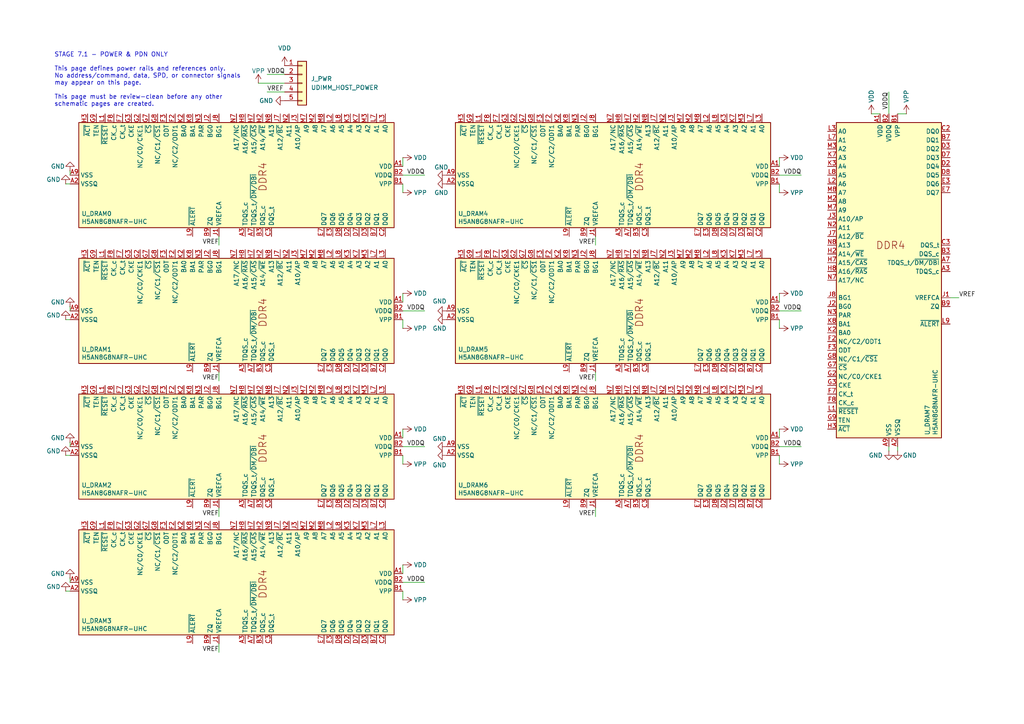
<source format=kicad_sch>
(kicad_sch (version 20250114) (generator "eeschema") (generator_version "9.0")
  (paper "A4")
  (title_block (title "Power & PDN") (date "2025-12-27") (company "OMI") (comment 1 "Stage 7.1 — Power Schematic") (comment 2 "No CA, Data, SPD, or Connector signals allowed"))
  (lib_symbols
    (symbol "Connector_Generic:Conn_01x05" (pin_names (offset 1.016) (hide yes))
      (property "Reference" "J" (at 0 7.62 0))
      (property "Value" "Conn_01x05" (at 0 -7.62 0))
      (symbol "Conn_01x05_1_1"
        (rectangle (start -1.27 6.35) (end 1.27 -6.35) (stroke (width 0.254)) (fill (type background)))
        (rectangle (start -1.27 5.207) (end 0 4.953) (stroke (width 0.1524)))
        (rectangle (start -1.27 2.667) (end 0 2.413) (stroke (width 0.1524)))
        (rectangle (start -1.27 0.127) (end 0 -0.127) (stroke (width 0.1524)))
        (rectangle (start -1.27 -2.413) (end 0 -2.667) (stroke (width 0.1524)))
        (rectangle (start -1.27 -4.953) (end 0 -5.207) (stroke (width 0.1524)))
        (pin passive line (at -5.08 5.08 0) (length 3.81) (name "Pin_1") (number "1"))
        (pin passive line (at -5.08 2.54 0) (length 3.81) (name "Pin_2") (number "2"))
        (pin passive line (at -5.08 0 0) (length 3.81) (name "Pin_3") (number "3"))
        (pin passive line (at -5.08 -2.54 0) (length 3.81) (name "Pin_4") (number "4"))
        (pin passive line (at -5.08 -5.08 0) (length 3.81) (name "Pin_5") (number "5"))
      )
    )
    (symbol "Memory_RAM:H5AN8G8NAFR-UHC"
      (property "Reference" "U" (at -15.24 48.26 0))
      (property "Value" "H5AN8G8NAFR-UHC" (at 13.97 48.26 0))
      (symbol "H5AN8G8NAFR-UHC_0_1"
        (rectangle (start -15.24 -45.72) (end 15.24 45.72) (stroke (width 0.254)) (fill (type background)))
        (pin input line (at -17.78 43.18 0) (length 2.54) (name "A0") (number "L3"))
        (pin input line (at -17.78 40.64 0) (length 2.54) (name "A1") (number "L7"))
        (pin input line (at -17.78 38.1 0) (length 2.54) (name "A2") (number "M3"))
        (pin input line (at -17.78 35.56 0) (length 2.54) (name "A3") (number "K7"))
        (pin input line (at -17.78 33.02 0) (length 2.54) (name "A4") (number "K3"))
        (pin input line (at -17.78 30.48 0) (length 2.54) (name "A5") (number "L8"))
        (pin input line (at -17.78 27.94 0) (length 2.54) (name "A6") (number "L2"))
        (pin input line (at -17.78 25.4 0) (length 2.54) (name "A7") (number "M8"))
        (pin input line (at -17.78 22.86 0) (length 2.54) (name "A8") (number "M2"))
        (pin input line (at -17.78 20.32 0) (length 2.54) (name "A9") (number "M7"))
        (pin input line (at -17.78 17.78 0) (length 2.54) (name "A10/AP") (number "J3"))
        (pin input line (at -17.78 15.24 0) (length 2.54) (name "A11") (number "N2"))
        (pin input line (at -17.78 12.7 0) (length 2.54) (name "A12/~{BC}") (number "J7"))
        (pin input line (at -17.78 10.16 0) (length 2.54) (name "A13") (number "N8"))
        (pin input line (at -17.78 7.62 0) (length 2.54) (name "A14/~{WE}") (number "H2"))
        (pin input line (at -17.78 5.08 0) (length 2.54) (name "A15/~{CAS}") (number "H7"))
        (pin input line (at -17.78 2.54 0) (length 2.54) (name "A16/~{RAS}") (number "H8"))
        (pin passive line (at -17.78 0 0) (length 2.54) (name "A17/NC") (number "N7"))
        (pin input line (at -17.78 -5.08 0) (length 2.54) (name "BG1") (number "J8"))
        (pin input line (at -17.78 -7.62 0) (length 2.54) (name "BG0") (number "J2"))
        (pin input line (at -17.78 -10.16 0) (length 2.54) (name "PAR") (number "N3"))
        (pin input line (at -17.78 -12.7 0) (length 2.54) (name "BA1") (number "K8"))
        (pin input line (at -17.78 -15.24 0) (length 2.54) (name "BA0") (number "K2"))
        (pin passive line (at -17.78 -17.78 0) (length 2.54) (name "NC/C2/ODT1") (number "F2"))
        (pin input line (at -17.78 -20.32 0) (length 2.54) (name "ODT") (number "F3"))
        (pin passive line (at -17.78 -22.86 0) (length 2.54) (name "NC/C1/~{CS1}") (number "G8"))
        (pin input line (at -17.78 -25.4 0) (length 2.54) (name "~{CS}") (number "G7"))
        (pin passive line (at -17.78 -27.94 0) (length 2.54) (name "NC/C0/CKE1") (number "G2"))
        (pin input line (at -17.78 -30.48 0) (length 2.54) (name "CKE") (number "G3"))
        (pin input line (at -17.78 -33.02 0) (length 2.54) (name "CK_t") (number "F7"))
        (pin input line (at -17.78 -35.56 0) (length 2.54) (name "CK_c") (number "F8"))
        (pin input line (at -17.78 -38.1 0) (length 2.54) (name "~{RESET}") (number "L1"))
        (pin input line (at -17.78 -40.64 0) (length 2.54) (name "TEN") (number "G9"))
        (pin input line (at -17.78 -43.18 0) (length 2.54) (name "~{ACT}") (number "H3"))
        (pin power_in line (at -2.54 48.26 270) (length 2.54) (name "VDD") (number "A1"))
        (pin passive line (at -2.54 48.26 270) (length 2.54) (hide yes) (name "VDD") (number "C7"))
        (pin passive line (at -2.54 48.26 270) (length 2.54) (hide yes) (name "VDD") (number "F1"))
        (pin passive line (at -2.54 48.26 270) (length 2.54) (hide yes) (name "VDD") (number "F9"))
        (pin passive line (at -2.54 48.26 270) (length 2.54) (hide yes) (name "VDD") (number "H1"))
        (pin passive line (at -2.54 48.26 270) (length 2.54) (hide yes) (name "VDD") (number "J9"))
        (pin passive line (at -2.54 48.26 270) (length 2.54) (hide yes) (name "VDD") (number "M1"))
        (pin passive line (at -2.54 48.26 270) (length 2.54) (hide yes) (name "VDD") (number "N9"))
        (pin power_in line (at 0 48.26 270) (length 2.54) (name "VDDQ") (number "B2"))
        (pin passive line (at 0 48.26 270) (length 2.54) (hide yes) (name "VDDQ") (number "B8"))
        (pin passive line (at 0 48.26 270) (length 2.54) (hide yes) (name "VDDQ") (number "C1"))
        (pin passive line (at 0 48.26 270) (length 2.54) (hide yes) (name "VDDQ") (number "C9"))
        (pin passive line (at 0 48.26 270) (length 2.54) (hide yes) (name "VDDQ") (number "E2"))
        (pin passive line (at 0 48.26 270) (length 2.54) (hide yes) (name "VDDQ") (number "E8"))
        (pin power_in line (at 0 -48.26 90) (length 2.54) (name "VSS") (number "A9"))
        (pin passive line (at 0 -48.26 90) (length 2.54) (hide yes) (name "VSS") (number "C8"))
        (pin passive line (at 0 -48.26 90) (length 2.54) (hide yes) (name "VSS") (number "E1"))
        (pin passive line (at 0 -48.26 90) (length 2.54) (hide yes) (name "VSS") (number "E9"))
        (pin passive line (at 0 -48.26 90) (length 2.54) (hide yes) (name "VSS") (number "G1"))
        (pin passive line (at 0 -48.26 90) (length 2.54) (hide yes) (name "VSS") (number "H9"))
        (pin passive line (at 0 -48.26 90) (length 2.54) (hide yes) (name "VSS") (number "K1"))
        (pin passive line (at 0 -48.26 90) (length 2.54) (hide yes) (name "VSS") (number "K9"))
        (pin passive line (at 0 -48.26 90) (length 2.54) (hide yes) (name "VSS") (number "N1"))
        (pin power_in line (at 2.54 48.26 270) (length 2.54) (name "VPP") (number "B1"))
        (pin passive line (at 2.54 48.26 270) (length 2.54) (hide yes) (name "VPP") (number "M9"))
        (pin power_in line (at 2.54 -48.26 90) (length 2.54) (name "VSSQ") (number "A2"))
        (pin passive line (at 2.54 -48.26 90) (length 2.54) (hide yes) (name "VSSQ") (number "A8"))
        (pin passive line (at 2.54 -48.26 90) (length 2.54) (hide yes) (name "VSSQ") (number "D1"))
        (pin passive line (at 2.54 -48.26 90) (length 2.54) (hide yes) (name "VSSQ") (number "D9"))
        (pin bidirectional line (at 17.78 43.18 180) (length 2.54) (name "DQ0") (number "C2"))
        (pin bidirectional line (at 17.78 40.64 180) (length 2.54) (name "DQ1") (number "B7"))
        (pin bidirectional line (at 17.78 38.1 180) (length 2.54) (name "DQ2") (number "D3"))
        (pin bidirectional line (at 17.78 35.56 180) (length 2.54) (name "DQ3") (number "D7"))
        (pin bidirectional line (at 17.78 33.02 180) (length 2.54) (name "DQ4") (number "D2"))
        (pin bidirectional line (at 17.78 30.48 180) (length 2.54) (name "DQ5") (number "D8"))
        (pin bidirectional line (at 17.78 27.94 180) (length 2.54) (name "DQ6") (number "E3"))
        (pin bidirectional line (at 17.78 25.4 180) (length 2.54) (name "DQ7") (number "E7"))
        (pin bidirectional line (at 17.78 10.16 180) (length 2.54) (name "DQS_t") (number "C3"))
        (pin bidirectional line (at 17.78 7.62 180) (length 2.54) (name "DQS_c") (number "B3"))
        (pin bidirectional line (at 17.78 5.08 180) (length 2.54) (name "TDQS_t/~{DM/DBI}") (number "A7"))
        (pin output line (at 17.78 2.54 180) (length 2.54) (name "TDQS_c") (number "A3"))
        (pin passive line (at 17.78 -5.08 180) (length 2.54) (name "VREFCA") (number "J1"))
        (pin passive line (at 17.78 -7.62 180) (length 2.54) (name "ZQ") (number "B9"))
        (pin open_collector line (at 17.78 -12.7 180) (length 2.54) (name "~{ALERT}") (number "L9"))
      )
      (symbol "H5AN8G8NAFR-UHC_1_1"
        (text "DDR4" (at -3.81 8.89 0) (effects (font (size 2.1336 2.1336)) (justify left bottom)))
      )
    )
    (symbol "power:GND" (power) (pin_numbers (hide yes)) (pin_names (offset 0) (hide yes))
      (property "Value" "GND" (at 0 -3.81 0))
      (symbol "GND_0_1"
        (polyline (pts (xy 0 0) (xy 0 -1.27) (xy 1.27 -1.27) (xy 0 -2.54) (xy -1.27 -1.27) (xy 0 -1.27)))
      )
      (symbol "GND_1_1"
        (pin power_in line (at 0 0 270) (length 0) (name "~") (number "1"))
      )
    )
    (symbol "power:VDD" (power) (pin_numbers (hide yes)) (pin_names (offset 0) (hide yes))
      (property "Value" "VDD" (at 0 3.556 0))
      (symbol "VDD_0_1"
        (polyline (pts (xy -0.762 1.27) (xy 0 2.54)))
        (polyline (pts (xy 0 2.54) (xy 0.762 1.27)))
        (polyline (pts (xy 0 0) (xy 0 2.54)))
      )
      (symbol "VDD_1_1"
        (pin power_in line (at 0 0 90) (length 0) (name "~") (number "1"))
      )
    )
    (symbol "power:VPP" (power) (pin_numbers (hide yes)) (pin_names (offset 0) (hide yes))
      (property "Value" "VPP" (at 0 3.556 0))
      (symbol "VPP_0_1"
        (polyline (pts (xy -0.762 1.27) (xy 0 2.54)))
        (polyline (pts (xy 0 2.54) (xy 0.762 1.27)))
        (polyline (pts (xy 0 0) (xy 0 2.54)))
      )
      (symbol "VPP_1_1"
        (pin power_in line (at 0 0 90) (length 0) (name "~") (number "1"))
      )
    )
  )
  (text "STAGE 7.1 - POWER & PDN ONLY\n\nThis page defines power rails and references only.\nNo address/command, data, SPD, or connector signals\nmay appear on this page.\n\nThis page must be review-clean before any other\nschematic pages are created.\n" (at 15.748 23.114 0) (effects (font (size 1.27 1.27)) (justify left)))
  (wire (pts (xy 123.19 50.8) (xy 116.84 50.8)))
  (wire (pts (xy 172.72 107.95) (xy 172.72 110.49)))
  (wire (pts (xy 77.47 26.67) (xy 82.55 26.67)))
  (wire (pts (xy 77.47 21.59) (xy 82.55 21.59)))
  (wire (pts (xy 116.84 85.09) (xy 116.84 87.63)))
  (wire (pts (xy 116.84 163.83) (xy 116.84 166.37)))
  (wire (pts (xy 226.06 55.88) (xy 226.06 53.34)))
  (wire (pts (xy 116.84 95.25) (xy 116.84 92.71)))
  (wire (pts (xy 20.32 168.91) (xy 20.32 167.64)))
  (wire (pts (xy 63.5 147.32) (xy 63.5 149.86)))
  (wire (pts (xy 123.19 90.17) (xy 116.84 90.17)))
  (wire (pts (xy 63.5 107.95) (xy 63.5 110.49)))
  (wire (pts (xy 232.41 50.8) (xy 226.06 50.8)))
  (wire (pts (xy 116.84 134.62) (xy 116.84 132.08)))
  (wire (pts (xy 63.5 71.12) (xy 63.5 68.58)))
  (wire (pts (xy 74.93 24.13) (xy 82.55 24.13)))
  (wire (pts (xy 275.59 86.36) (xy 278.13 86.36)))
  (wire (pts (xy 123.19 129.54) (xy 116.84 129.54)))
  (wire (pts (xy 172.72 68.58) (xy 172.72 71.12)))
  (wire (pts (xy 63.5 186.69) (xy 63.5 189.23)))
  (wire (pts (xy 19.05 92.71) (xy 20.32 92.71)))
  (wire (pts (xy 232.41 129.54) (xy 226.06 129.54)))
  (wire (pts (xy 226.06 134.62) (xy 226.06 132.08)))
  (wire (pts (xy 116.84 173.99) (xy 116.84 171.45)))
  (wire (pts (xy 116.84 124.46) (xy 116.84 127)))
  (wire (pts (xy 226.06 85.09) (xy 226.06 87.63)))
  (wire (pts (xy 20.32 50.8) (xy 20.32 49.53)))
  (wire (pts (xy 116.84 45.72) (xy 116.84 48.26)))
  (wire (pts (xy 172.72 147.32) (xy 172.72 149.86)))
  (wire (pts (xy 19.05 171.45) (xy 20.32 171.45)))
  (wire (pts (xy 252.73 33.02) (xy 255.27 33.02)))
  (wire (pts (xy 116.84 55.88) (xy 116.84 53.34)))
  (wire (pts (xy 257.81 26.67) (xy 257.81 33.02)))
  (wire (pts (xy 260.35 130.81) (xy 260.35 129.54)))
  (wire (pts (xy 19.05 132.08) (xy 20.32 132.08)))
  (wire (pts (xy 123.19 168.91) (xy 116.84 168.91)))
  (wire (pts (xy 226.06 45.72) (xy 226.06 48.26)))
  (wire (pts (xy 226.06 95.25) (xy 226.06 92.71)))
  (wire (pts (xy 232.41 90.17) (xy 226.06 90.17)))
  (wire (pts (xy 20.32 129.54) (xy 20.32 128.27)))
  (wire (pts (xy 262.89 33.02) (xy 260.35 33.02)))
  (wire (pts (xy 257.81 130.81) (xy 257.81 129.54)))
  (wire (pts (xy 19.05 53.34) (xy 20.32 53.34)))
  (wire (pts (xy 20.32 90.17) (xy 20.32 88.9)))
  (wire (pts (xy 226.06 124.46) (xy 226.06 127)))
  (label "VREF" (at 172.72 71.12 180))
  (label "VREF" (at 77.47 26.67 0))
  (label "VDDQ" (at 232.41 90.17 180))
  (label "VDDQ" (at 123.19 129.54 180))
  (label "VDDQ" (at 123.19 168.91 180))
  (label "VDDQ" (at 77.47 21.59 0))
  (label "VREF" (at 63.5 71.12 180))
  (label "VREF" (at 63.5 149.86 180))
  (label "VREF" (at 172.72 110.49 180))
  (label "VREF" (at 278.13 86.36 0))
  (label "VDDQ" (at 232.41 50.8 180))
  (label "VREF" (at 63.5 189.23 180))
  (label "VDDQ" (at 232.41 129.54 180))
  (label "VDDQ" (at 123.19 90.17 180))
  (label "VDDQ" (at 257.81 26.67 270))
  (label "VREF" (at 172.72 149.86 180))
  (label "VREF" (at 63.5 110.49 180))
  (label "VDDQ" (at 123.19 50.8 180))
  (symbol (lib_id "Memory_RAM:H5AN8G8NAFR-UHC") (at 68.58 168.91 270) (unit 1)
    (property "Reference" "U_DRAM3" (at 23.622 180.086 90) (effects (justify left)))
    (property "Value" "H5AN8G8NAFR-UHC" (at 23.622 182.372 90) (effects (justify left)))
    (property "Footprint" "Package_BGA:FBGA-78_7.5x11mm_Layout2x3x13_P0.8mm" (effects (hide yes)))
    (property "Datasheet" "https://www.skhynix.com/product/filedata/fileDownload.do?seq=7687" (effects (hide yes)))
    (property "Description" "8Gb CMOS Double Data Rate IV Synchronous RAM" (effects (hide yes)))
  )
  (symbol (lib_id "Memory_RAM:H5AN8G8NAFR-UHC") (at 177.8 129.54 270) (unit 1)
    (property "Reference" "U_DRAM6" (at 132.842 140.716 90) (effects (justify left)))
    (property "Value" "H5AN8G8NAFR-UHC" (at 132.842 143.002 90) (effects (justify left)))
    (property "Footprint" "Package_BGA:FBGA-78_7.5x11mm_Layout2x3x13_P0.8mm" (effects (hide yes)))
    (property "Datasheet" "https://www.skhynix.com/product/filedata/fileDownload.do?seq=7687" (effects (hide yes)))
    (property "Description" "8Gb CMOS Double Data Rate IV Synchronous RAM" (effects (hide yes)))
  )
  (symbol (lib_id "power:VPP") (at 116.84 134.62 270) (unit 1)
    (property "Reference" "#PWR015" (effects (hide yes)))
    (property "Value" "VPP" (at 121.92 134.62 90))
    (property "Description" "Power symbol creates a global label with name \"VPP\"" (effects (hide yes)))
  )
  (symbol (lib_id "power:VPP") (at 262.89 33.02 0) (unit 1)
    (property "Reference" "#PWR035" (effects (hide yes)))
    (property "Value" "VPP" (at 262.89 27.94 90))
    (property "Description" "Power symbol creates a global label with name \"VPP\"" (effects (hide yes)))
  )
  (symbol (lib_id "power:VPP") (at 226.06 134.62 270) (unit 1)
    (property "Reference" "#PWR031" (effects (hide yes)))
    (property "Value" "VPP" (at 231.14 134.62 90))
    (property "Description" "Power symbol creates a global label with name \"VPP\"" (effects (hide yes)))
  )
  (symbol (lib_id "power:VDD") (at 116.84 45.72 270) (unit 1)
    (property "Reference" "#PWR02" (effects (hide yes)))
    (property "Value" "VDD" (at 121.92 45.72 90))
    (property "Description" "Power symbol creates a global label with name \"VDD\"" (effects (hide yes)))
  )
  (symbol (lib_id "power:GND") (at 129.54 50.8 270) (unit 1)
    (property "Reference" "#PWR021" (effects (hide yes)))
    (property "Value" "GND" (at 130.048 48.514 90) (effects (justify right)))
    (property "Description" "Power symbol creates a global label with name \"GND\" , ground" (effects (hide yes)))
  )
  (symbol (lib_id "power:VPP") (at 116.84 55.88 270) (unit 1)
    (property "Reference" "#PWR03" (effects (hide yes)))
    (property "Value" "VPP" (at 121.92 55.88 90))
    (property "Description" "Power symbol creates a global label with name \"VPP\"" (effects (hide yes)))
  )
  (symbol (lib_id "power:VDD") (at 116.84 85.09 270) (unit 1)
    (property "Reference" "#PWR010" (effects (hide yes)))
    (property "Value" "VDD" (at 121.92 85.09 90))
    (property "Description" "Power symbol creates a global label with name \"VDD\"" (effects (hide yes)))
  )
  (symbol (lib_id "power:VPP") (at 74.93 24.13 0) (unit 1)
    (property "Reference" "#PWR04" (effects (hide yes)))
    (property "Value" "VPP" (at 74.93 20.574 0))
    (property "Description" "Power symbol creates a global label with name \"VPP\"" (effects (hide yes)))
  )
  (symbol (lib_id "Memory_RAM:H5AN8G8NAFR-UHC") (at 68.58 90.17 270) (unit 1)
    (property "Reference" "U_DRAM1" (at 23.622 101.346 90) (effects (justify left)))
    (property "Value" "H5AN8G8NAFR-UHC" (at 23.622 103.632 90) (effects (justify left)))
    (property "Footprint" "Package_BGA:FBGA-78_7.5x11mm_Layout2x3x13_P0.8mm" (effects (hide yes)))
    (property "Datasheet" "https://www.skhynix.com/product/filedata/fileDownload.do?seq=7687" (effects (hide yes)))
    (property "Description" "8Gb CMOS Double Data Rate IV Synchronous RAM" (effects (hide yes)))
  )
  (symbol (lib_id "power:VDD") (at 252.73 33.02 0) (unit 1)
    (property "Reference" "#PWR034" (effects (hide yes)))
    (property "Value" "VDD" (at 252.73 27.94 90))
    (property "Description" "Power symbol creates a global label with name \"VDD\"" (effects (hide yes)))
  )
  (symbol (lib_id "power:GND") (at 129.54 53.34 270) (unit 1)
    (property "Reference" "#PWR020" (effects (hide yes)))
    (property "Value" "GND" (at 130.048 55.88 90) (effects (justify right)))
    (property "Description" "Power symbol creates a global label with name \"GND\" , ground" (effects (hide yes)))
  )
  (symbol (lib_id "power:GND") (at 19.05 92.71 180) (unit 1)
    (property "Reference" "#PWR01" (effects (hide yes)))
    (property "Value" "GND" (at 13.462 91.44 0) (effects (justify right)))
    (property "Description" "Power symbol creates a global label with name \"GND\" , ground" (effects (hide yes)))
  )
  (symbol (lib_id "power:GND") (at 19.05 53.34 180) (unit 1)
    (property "Reference" "#PWR08" (effects (hide yes)))
    (property "Value" "GND" (at 13.462 52.07 0) (effects (justify right)))
    (property "Description" "Power symbol creates a global label with name \"GND\" , ground" (effects (hide yes)))
  )
  (symbol (lib_id "power:VDD") (at 116.84 163.83 270) (unit 1)
    (property "Reference" "#PWR018" (effects (hide yes)))
    (property "Value" "VDD" (at 121.92 163.83 90))
    (property "Description" "Power symbol creates a global label with name \"VDD\"" (effects (hide yes)))
  )
  (symbol (lib_id "power:GND") (at 129.54 129.54 270) (unit 1)
    (property "Reference" "#PWR029" (effects (hide yes)))
    (property "Value" "GND" (at 129.54 127.254 90) (effects (justify right)))
    (property "Description" "Power symbol creates a global label with name \"GND\" , ground" (effects (hide yes)))
  )
  (symbol (lib_id "power:VDD") (at 226.06 124.46 270) (unit 1)
    (property "Reference" "#PWR030" (effects (hide yes)))
    (property "Value" "VDD" (at 231.14 124.46 90))
    (property "Description" "Power symbol creates a global label with name \"VDD\"" (effects (hide yes)))
  )
  (symbol (lib_id "power:VPP") (at 226.06 55.88 270) (unit 1)
    (property "Reference" "#PWR023" (effects (hide yes)))
    (property "Value" "VPP" (at 231.14 55.88 90))
    (property "Description" "Power symbol creates a global label with name \"VPP\"" (effects (hide yes)))
  )
  (symbol (lib_id "Memory_RAM:H5AN8G8NAFR-UHC") (at 177.8 90.17 270) (unit 1)
    (property "Reference" "U_DRAM5" (at 132.842 101.346 90) (effects (justify left)))
    (property "Value" "H5AN8G8NAFR-UHC" (at 132.842 103.632 90) (effects (justify left)))
    (property "Footprint" "Package_BGA:FBGA-78_7.5x11mm_Layout2x3x13_P0.8mm" (effects (hide yes)))
    (property "Datasheet" "https://www.skhynix.com/product/filedata/fileDownload.do?seq=7687" (effects (hide yes)))
    (property "Description" "8Gb CMOS Double Data Rate IV Synchronous RAM" (effects (hide yes)))
  )
  (symbol (lib_id "power:VDD") (at 116.84 124.46 270) (unit 1)
    (property "Reference" "#PWR014" (effects (hide yes)))
    (property "Value" "VDD" (at 121.92 124.46 90))
    (property "Description" "Power symbol creates a global label with name \"VDD\"" (effects (hide yes)))
  )
  (symbol (lib_id "Memory_RAM:H5AN8G8NAFR-UHC") (at 257.81 81.28 0) (unit 1)
    (property "Reference" "U_DRAM7" (at 268.986 126.238 90) (effects (justify left)))
    (property "Value" "H5AN8G8NAFR-UHC" (at 271.272 126.238 90) (effects (justify left)))
    (property "Footprint" "Package_BGA:FBGA-78_7.5x11mm_Layout2x3x13_P0.8mm" (effects (hide yes)))
    (property "Datasheet" "https://www.skhynix.com/product/filedata/fileDownload.do?seq=7687" (effects (hide yes)))
    (property "Description" "8Gb CMOS Double Data Rate IV Synchronous RAM" (effects (hide yes)))
  )
  (symbol (lib_id "Memory_RAM:H5AN8G8NAFR-UHC") (at 68.58 129.54 270) (unit 1)
    (property "Reference" "U_DRAM2" (at 23.622 140.716 90) (effects (justify left)))
    (property "Value" "H5AN8G8NAFR-UHC" (at 23.622 143.002 90) (effects (justify left)))
    (property "Footprint" "Package_BGA:FBGA-78_7.5x11mm_Layout2x3x13_P0.8mm" (effects (hide yes)))
    (property "Datasheet" "https://www.skhynix.com/product/filedata/fileDownload.do?seq=7687" (effects (hide yes)))
    (property "Description" "8Gb CMOS Double Data Rate IV Synchronous RAM" (effects (hide yes)))
  )
  (symbol (lib_id "power:VPP") (at 116.84 95.25 270) (unit 1)
    (property "Reference" "#PWR011" (effects (hide yes)))
    (property "Value" "VPP" (at 121.92 95.25 90))
    (property "Description" "Power symbol creates a global label with name \"VPP\"" (effects (hide yes)))
  )
  (symbol (lib_id "power:VPP") (at 226.06 95.25 270) (unit 1)
    (property "Reference" "#PWR027" (effects (hide yes)))
    (property "Value" "VPP" (at 231.14 95.25 90))
    (property "Description" "Power symbol creates a global label with name \"VPP\"" (effects (hide yes)))
  )
  (symbol (lib_id "power:GND") (at 19.05 171.45 180) (unit 1)
    (property "Reference" "#PWR016" (effects (hide yes)))
    (property "Value" "GND" (at 13.462 170.18 0) (effects (justify right)))
    (property "Description" "Power symbol creates a global label with name \"GND\" , ground" (effects (hide yes)))
  )
  (symbol (lib_id "power:GND") (at 129.54 132.08 270) (unit 1)
    (property "Reference" "#PWR028" (effects (hide yes)))
    (property "Value" "GND" (at 129.54 134.874 90) (effects (justify right)))
    (property "Description" "Power symbol creates a global label with name \"GND\" , ground" (effects (hide yes)))
  )
  (symbol (lib_id "power:GND") (at 19.05 132.08 180) (unit 1)
    (property "Reference" "#PWR012" (effects (hide yes)))
    (property "Value" "GND" (at 13.462 130.81 0) (effects (justify right)))
    (property "Description" "Power symbol creates a global label with name \"GND\" , ground" (effects (hide yes)))
  )
  (symbol (lib_id "power:GND") (at 129.54 90.17 270) (unit 1)
    (property "Reference" "#PWR025" (effects (hide yes)))
    (property "Value" "GND" (at 129.54 87.376 90) (effects (justify right)))
    (property "Description" "Power symbol creates a global label with name \"GND\" , ground" (effects (hide yes)))
  )
  (symbol (lib_id "power:VDD") (at 226.06 45.72 270) (unit 1)
    (property "Reference" "#PWR022" (effects (hide yes)))
    (property "Value" "VDD" (at 231.14 45.72 90))
    (property "Description" "Power symbol creates a global label with name \"VDD\"" (effects (hide yes)))
  )
  (symbol (lib_id "Memory_RAM:H5AN8G8NAFR-UHC") (at 177.8 50.8 270) (unit 1)
    (property "Reference" "U_DRAM4" (at 132.842 61.976 90) (effects (justify left)))
    (property "Value" "H5AN8G8NAFR-UHC" (at 132.842 64.262 90) (effects (justify left)))
    (property "Footprint" "Package_BGA:FBGA-78_7.5x11mm_Layout2x3x13_P0.8mm" (effects (hide yes)))
    (property "Datasheet" "https://www.skhynix.com/product/filedata/fileDownload.do?seq=7687" (effects (hide yes)))
    (property "Description" "8Gb CMOS Double Data Rate IV Synchronous RAM" (effects (hide yes)))
  )
  (symbol (lib_id "power:VPP") (at 116.84 173.99 270) (unit 1)
    (property "Reference" "#PWR019" (effects (hide yes)))
    (property "Value" "VPP" (at 121.92 173.99 90))
    (property "Description" "Power symbol creates a global label with name \"VPP\"" (effects (hide yes)))
  )
  (symbol (lib_id "Connector_Generic:Conn_01x05") (at 87.63 24.13 0) (unit 1)
    (property "Reference" "J_PWR" (at 90.17 22.8599 0) (effects (justify left)))
    (property "Value" "UDIMM_HOST_POWER" (at 90.17 25.3999 0) (effects (justify left)))
    (property "Description" "Generic connector, single row, 01x05, script generated (kicad-library-utils/schlib/autogen/connector/)" (effects (hide yes)))
  )
  (symbol (lib_id "power:GND") (at 20.32 49.53 180) (unit 1)
    (property "Reference" "#PWR07" (effects (hide yes)))
    (property "Value" "GND" (at 14.732 48.26 0) (effects (justify right)))
    (property "Description" "Power symbol creates a global label with name \"GND\" , ground" (effects (hide yes)))
  )
  (symbol (lib_id "Memory_RAM:H5AN8G8NAFR-UHC") (at 68.58 50.8 270) (unit 1)
    (property "Reference" "U_DRAM0" (at 23.622 61.976 90) (effects (justify left)))
    (property "Value" "H5AN8G8NAFR-UHC" (at 23.622 64.262 90) (effects (justify left)))
    (property "Footprint" "Package_BGA:FBGA-78_7.5x11mm_Layout2x3x13_P0.8mm" (effects (hide yes)))
    (property "Datasheet" "https://www.skhynix.com/product/filedata/fileDownload.do?seq=7687" (effects (hide yes)))
    (property "Description" "8Gb CMOS Double Data Rate IV Synchronous RAM" (effects (hide yes)))
  )
  (symbol (lib_id "power:VDD") (at 226.06 85.09 270) (unit 1)
    (property "Reference" "#PWR026" (effects (hide yes)))
    (property "Value" "VDD" (at 231.14 85.09 90))
    (property "Description" "Power symbol creates a global label with name \"VDD\"" (effects (hide yes)))
  )
  (symbol (lib_id "power:GND") (at 20.32 167.64 180) (unit 1)
    (property "Reference" "#PWR017" (effects (hide yes)))
    (property "Value" "GND" (at 14.732 166.37 0) (effects (justify right)))
    (property "Description" "Power symbol creates a global label with name \"GND\" , ground" (effects (hide yes)))
  )
  (symbol (lib_id "power:GND") (at 20.32 88.9 180) (unit 1)
    (property "Reference" "#PWR09" (effects (hide yes)))
    (property "Value" "GND" (at 14.732 87.63 0) (effects (justify right)))
    (property "Description" "Power symbol creates a global label with name \"GND\" , ground" (effects (hide yes)))
  )
  (symbol (lib_id "power:VDD") (at 82.55 19.05 0) (unit 1)
    (property "Reference" "#PWR05" (effects (hide yes)))
    (property "Value" "VDD" (at 82.55 13.97 0))
    (property "Description" "Power symbol creates a global label with name \"VDD\"" (effects (hide yes)))
  )
  (symbol (lib_id "power:GND") (at 82.55 29.21 270) (unit 1)
    (property "Reference" "#PWR06" (effects (hide yes)))
    (property "Value" "GND" (at 77.216 29.21 90))
    (property "Description" "Power symbol creates a global label with name \"GND\" , ground" (effects (hide yes)))
  )
  (symbol (lib_id "power:GND") (at 20.32 128.27 180) (unit 1)
    (property "Reference" "#PWR013" (effects (hide yes)))
    (property "Value" "GND" (at 14.732 127 0) (effects (justify right)))
    (property "Description" "Power symbol creates a global label with name \"GND\" , ground" (effects (hide yes)))
  )
  (symbol (lib_id "power:GND") (at 257.81 130.81 0) (unit 1)
    (property "Reference" "#PWR033" (effects (hide yes)))
    (property "Value" "GND" (at 256.032 132.08 0) (effects (justify right)))
    (property "Description" "Power symbol creates a global label with name \"GND\" , ground" (effects (hide yes)))
  )
  (symbol (lib_id "power:GND") (at 129.54 92.71 270) (unit 1)
    (property "Reference" "#PWR024" (effects (hide yes)))
    (property "Value" "GND" (at 129.54 95.25 90) (effects (justify right)))
    (property "Description" "Power symbol creates a global label with name \"GND\" , ground" (effects (hide yes)))
  )
  (symbol (lib_id "power:GND") (at 260.35 130.81 0) (unit 1)
    (property "Reference" "#PWR032" (effects (hide yes)))
    (property "Value" "GND" (at 265.938 132.08 0) (effects (justify right)))
    (property "Description" "Power symbol creates a global label with name \"GND\" , ground" (effects (hide yes)))
  )
)
</source>
